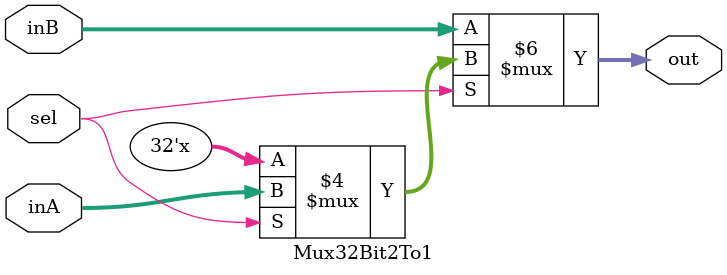
<source format=v>
`timescale 1ns / 1ps


module Mux32Bit2To1(out, inA, inB, sel);

    output reg [31:0] out;
    
    input [31:0] inA;
    input [31:0] inB;
    input sel;
    
    always @(sel, inA, inB) begin
        if (sel == 1) 
            out <= inA;
        if (sel == 0)
            out <= inB;
    end

endmodule

</source>
